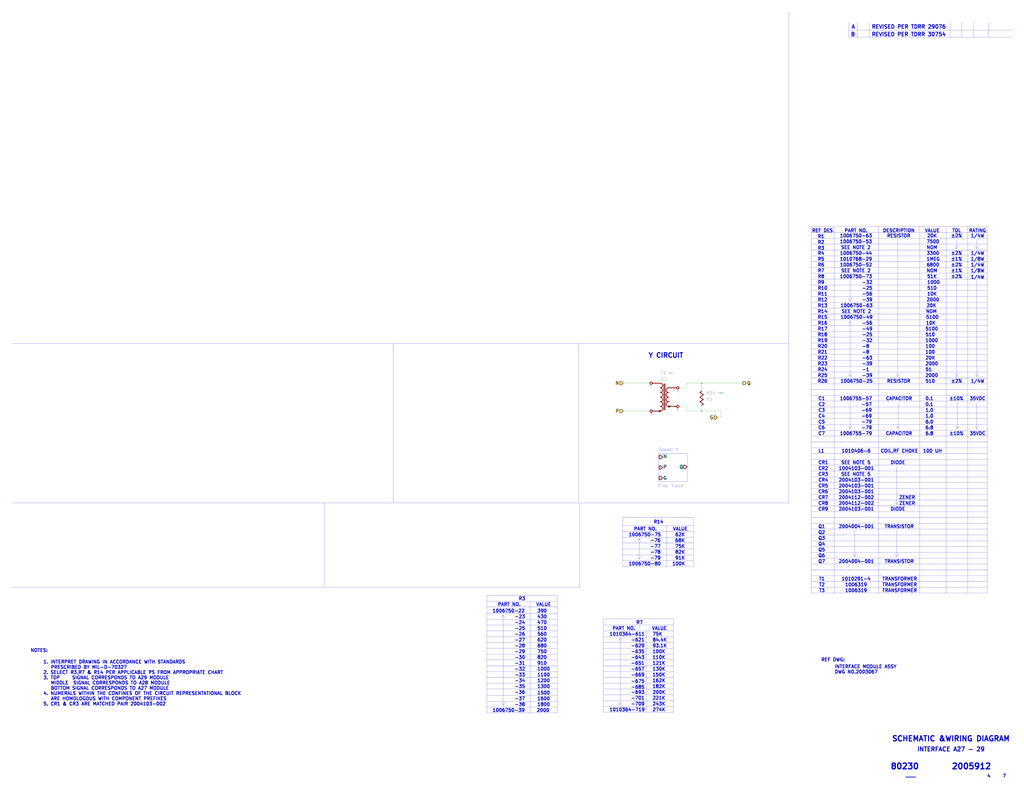
<source format=kicad_sch>
(kicad_sch (version 20211123) (generator eeschema)
  (paper "E")
  (lib_symbols
    (symbol "AGC_DSKY:HierBody" (pin_numbers hide) (pin_names (offset 0) hide)
      (symbol "HierBody_0_1"
        (polyline (pts (xy 1.905 0) (xy -0.127 -1.778) (xy -1.905 -1.778) (xy -1.905 1.778) (xy -0.127 1.778) (xy 1.905 0)) (stroke (width 0.762)))
      )
    )
    (symbol "AGC_DSKY:Resistor" (pin_numbers hide) (pin_names (offset 0) hide)
      (property "Reference" "R" (at -0.635 -4.445 0))
      (symbol "Resistor_0_1"
        (polyline (pts (xy -7.62 0) (xy -6.35 -1.905) (xy -3.81 1.905) (xy -1.27 -1.905) (xy 1.27 1.905) (xy 3.81 -1.905) (xy 6.35 1.905) (xy 7.62 0)) (stroke (width 0.762)))
      )
      (symbol "Resistor_1_1"
        (pin passive line (at -10.16 0 0) (length 2.54) (name "1") (number "1"))
        (pin passive line (at 10.16 0 180) (length 2.54) (name "2") (number "2"))
      )
    )
    (symbol "AGC_DSKY:Transformer" (pin_numbers hide) (pin_names (offset 0) hide)
      (property "Reference" "T" (at 0.635 24.13 0))
      (symbol "Transformer_0_0"
        (circle (center -14.605 -15.24) (radius 1.27) (stroke (width 0.762)))
        (circle (center -14.605 15.24) (radius 1.27) (stroke (width 0.762)))
        (arc (start -4.445 -15.24) (mid -1.905 -12.7) (end -4.445 -10.16) (stroke (width 0.762)))
        (arc (start -4.445 -10.16) (mid -1.905 -7.62) (end -4.445 -5.08) (stroke (width 0.762)))
        (arc (start -4.445 -5.08) (mid -1.905 -2.54) (end -4.445 0) (stroke (width 0.762)))
        (arc (start -4.445 0) (mid -1.905 2.54) (end -4.445 5.08) (stroke (width 0.762)))
        (arc (start -4.445 5.08) (mid -1.905 7.62) (end -4.445 10.16) (stroke (width 0.762)))
        (arc (start -4.445 10.16) (mid -1.905 12.7) (end -4.445 15.24) (stroke (width 0.762)))
        (polyline (pts (xy -4.445 -15.24) (xy -13.335 -15.24)) (stroke (width 0.762)))
        (polyline (pts (xy -4.445 15.24) (xy -13.335 15.24)) (stroke (width 0.762)))
        (polyline (pts (xy -0.635 13.97) (xy -0.635 -14.605)) (stroke (width 0.762)))
        (polyline (pts (xy 4.445 -10.16) (xy 13.335 -10.16)) (stroke (width 0.762)))
        (polyline (pts (xy 13.335 10.16) (xy 4.445 10.16)) (stroke (width 0.762)))
        (circle (center 14.605 -10.16) (radius 1.27) (stroke (width 0.762)))
        (circle (center 14.605 10.16) (radius 1.27) (stroke (width 0.762)))
        (text "1" (at 14.605 13.335 0) (effects (font (size 2.54 2.54))))
        (text "2" (at 14.605 -6.985 0) (effects (font (size 2.54 2.54))))
        (text "3" (at -14.605 18.415 0) (effects (font (size 2.54 2.54))))
        (text "4" (at -14.605 -12.065 0) (effects (font (size 2.54 2.54))))
      )
      (symbol "Transformer_0_1"
        (rectangle (start -4.445 -14.605) (end -5.715 -15.875) (stroke (width 0.4064)) (fill (type outline)))
      )
      (symbol "Transformer_0_2"
        (polyline (pts (xy -4.445 15.875) (xy -4.445 14.605) (xy -5.715 14.605) (xy -5.715 15.875) (xy -4.445 15.875)) (stroke (width 0.762)))
        (polyline (pts (xy 4.445 10.795) (xy 4.445 9.525) (xy 5.715 9.525) (xy 5.715 10.795) (xy 4.445 10.795)) (stroke (width 0.762)))
      )
      (symbol "Transformer_1_0"
        (polyline (pts (xy 0.635 -14.605) (xy 0.635 13.97)) (stroke (width 0.762)))
        (arc (start 4.445 -5.08) (mid 1.905 -7.62) (end 4.445 -10.16) (stroke (width 0.762)))
        (arc (start 4.445 0) (mid 1.905 -2.54) (end 4.445 -5.08) (stroke (width 0.762)))
        (arc (start 4.445 5.08) (mid 1.905 2.54) (end 4.445 0) (stroke (width 0.762)))
        (arc (start 4.445 10.16) (mid 1.905 7.62) (end 4.445 5.08) (stroke (width 0.762)))
        (pin passive line (at -15.875 15.24 0) (length 0) (name "3") (number "3"))
      )
      (symbol "Transformer_1_1"
        (rectangle (start 4.445 -10.795) (end 5.715 -9.525) (stroke (width 0.4064)) (fill (type outline)))
        (pin passive line (at 15.875 10.16 180) (length 0) (name "1") (number "1"))
        (pin passive line (at 15.875 -10.16 180) (length 0) (name "2") (number "2"))
        (pin passive line (at -15.875 -15.24 0) (length 0) (name "4") (number "4"))
      )
      (symbol "Transformer_1_2"
        (pin passive line (at 15.875 10.16 180) (length 0) (name "1") (number "1"))
        (pin passive line (at 15.875 -10.16 180) (length 0) (name "2") (number "2"))
        (pin passive line (at -15.875 15.24 0) (length 0) (name "3") (number "3"))
        (pin passive line (at -15.875 -15.24 0) (length 0) (name "4") (number "4"))
      )
    )
  )
  (junction (at 765.81 418.465))
  (junction (at 765.81 448.945))
  (polyline (pts (xy 531.495 701.675) (xy 608.33 701.675)) (stroke (width 0) (type solid)))
  (polyline (pts (xy 1045.845 267.97) (xy 1043.94 271.78)) (stroke (width 0) (type solid)))
  (polyline (pts (xy 885.19 374.65) (xy 1077.595 374.65)) (stroke (width 0) (type solid)))
  (polyline (pts (xy 1056.005 247.65) (xy 1056.005 647.7)) (stroke (width 0) (type solid)))
  (polyline (pts (xy 885.19 546.1) (xy 1077.595 546.1)) (stroke (width 0) (type solid)))
  (polyline (pts (xy 910.59 247.65) (xy 910.59 647.7)) (stroke (width 0) (type solid)))
  (polyline (pts (xy 885.19 285.75) (xy 1077.595 285.75)) (stroke (width 0) (type solid)))
  (polyline (pts (xy 658.495 688.975) (xy 734.695 688.975)) (stroke (width 0) (type solid)))
  (polyline (pts (xy 885.19 552.45) (xy 1077.595 552.45)) (stroke (width 0) (type solid)))
  (polyline (pts (xy 979.805 261.62) (xy 979.805 411.48)) (stroke (width 0) (type solid)))
  (polyline (pts (xy 658.495 701.675) (xy 734.695 701.675)) (stroke (width 0) (type solid)))
  (polyline (pts (xy 1037.1074 40.64) (xy 1037.1074 24.7396)) (stroke (width 0.1524) (type solid)))
  (polyline (pts (xy 1003.935 247.65) (xy 1003.935 647.7)) (stroke (width 0) (type solid)))
  (polyline (pts (xy 1032.51 247.65) (xy 1032.51 647.7)) (stroke (width 0) (type solid)))
  (polyline (pts (xy 929.64 464.82) (xy 927.735 468.63)) (stroke (width 0) (type solid)))
  (polyline (pts (xy 925.83 464.82) (xy 927.735 468.63)) (stroke (width 0) (type solid)))
  (polyline (pts (xy 531.495 714.375) (xy 608.33 714.375)) (stroke (width 0) (type solid)))
  (polyline (pts (xy 885.19 247.65) (xy 885.19 647.7)) (stroke (width 0) (type solid)))
  (polyline (pts (xy 929.64 407.67) (xy 927.735 411.48)) (stroke (width 0) (type solid)))
  (polyline (pts (xy 885.19 584.2) (xy 1077.595 584.2)) (stroke (width 0) (type solid)))
  (polyline (pts (xy 1042.67 464.82) (xy 1044.575 468.63)) (stroke (width 0) (type solid)))
  (polyline (pts (xy 885.19 533.4) (xy 1077.595 533.4)) (stroke (width 0) (type solid)))
  (polyline (pts (xy 531.495 759.46) (xy 608.33 759.46)) (stroke (width 0) (type solid)))
  (polyline (pts (xy 531.495 772.16) (xy 608.33 772.16)) (stroke (width 0) (type solid)))
  (polyline (pts (xy 885.19 438.15) (xy 1077.595 438.15)) (stroke (width 0) (type solid)))
  (polyline (pts (xy 925.83 407.67) (xy 927.735 411.48)) (stroke (width 0) (type solid)))
  (polyline (pts (xy 13.335 549.275) (xy 631.825 549.275)) (stroke (width 0) (type solid)))
  (wire (pts (xy 765.81 445.135) (xy 765.81 448.945)))
  (polyline (pts (xy 885.19 317.5) (xy 1077.595 317.5)) (stroke (width 0) (type solid)))
  (polyline (pts (xy 885.19 457.2) (xy 1077.595 457.2)) (stroke (width 0) (type solid)))
  (polyline (pts (xy 885.19 508) (xy 1077.595 508)) (stroke (width 0) (type solid)))
  (polyline (pts (xy 632.46 549.275) (xy 632.46 641.35)) (stroke (width 0) (type solid)))
  (polyline (pts (xy 885.19 381) (xy 1077.595 381)) (stroke (width 0) (type solid)))
  (polyline (pts (xy 885.19 292.1) (xy 1077.595 292.1)) (stroke (width 0) (type solid)))
  (polyline (pts (xy 531.495 676.275) (xy 608.33 676.275)) (stroke (width 0) (type solid)))
  (polyline (pts (xy 926.1094 40.64) (xy 926.1094 24.765)) (stroke (width 0.1524) (type solid)))
  (polyline (pts (xy 981.71 407.67) (xy 979.805 411.48)) (stroke (width 0) (type solid)))
  (polyline (pts (xy 678.815 766.445) (xy 676.91 770.255)) (stroke (width 0) (type solid)))
  (polyline (pts (xy 658.495 777.875) (xy 658.495 675.64)) (stroke (width 0) (type solid)))
  (polyline (pts (xy 749.935 525.78) (xy 749.935 495.3)) (stroke (width 0) (type solid)))
  (polyline (pts (xy 885.19 393.7) (xy 1077.595 393.7)) (stroke (width 0) (type solid)))
  (wire (pts (xy 786.765 448.945) (xy 786.765 455.93)))
  (polyline (pts (xy 1068.07 464.82) (xy 1066.165 468.63)) (stroke (width 0) (type solid)))
  (polyline (pts (xy 658.495 682.625) (xy 734.695 682.625)) (stroke (width 0) (type solid)))
  (wire (pts (xy 749.3 443.865) (xy 749.3 448.945)))
  (polyline (pts (xy 658.495 708.025) (xy 734.695 708.025)) (stroke (width 0) (type solid)))
  (polyline (pts (xy 727.71 574.04) (xy 727.71 618.49)) (stroke (width 0) (type solid)))
  (polyline (pts (xy 885.19 279.4) (xy 1077.595 279.4)) (stroke (width 0) (type solid)))
  (polyline (pts (xy 885.19 425.45) (xy 1077.595 425.45)) (stroke (width 0) (type solid)))
  (polyline (pts (xy 531.495 662.94) (xy 608.33 662.94)) (stroke (width 0) (type solid)))
  (polyline (pts (xy 885.19 463.55) (xy 1077.595 463.55)) (stroke (width 0) (type solid)))
  (polyline (pts (xy 531.495 708.025) (xy 608.33 708.025)) (stroke (width 0) (type solid)))
  (polyline (pts (xy 699.77 607.06) (xy 697.865 610.87)) (stroke (width 0) (type solid)))
  (polyline (pts (xy 976.63 547.37) (xy 978.535 551.18)) (stroke (width 0) (type solid)))
  (wire (pts (xy 786.765 455.93) (xy 782.955 455.93)))
  (polyline (pts (xy 658.495 739.775) (xy 734.695 739.775)) (stroke (width 0) (type solid)))
  (polyline (pts (xy 1043.94 411.48) (xy 1043.94 306.07)) (stroke (width 0) (type solid)))
  (polyline (pts (xy 429.26 375.285) (xy 429.26 549.275)) (stroke (width 0) (type solid)))
  (polyline (pts (xy 531.495 669.925) (xy 608.33 669.925)) (stroke (width 0) (type solid)))
  (polyline (pts (xy 679.45 586.74) (xy 756.92 586.74)) (stroke (width 0) (type solid)))
  (wire (pts (xy 741.045 423.545) (xy 749.3 423.545)))
  (wire (pts (xy 741.045 443.865) (xy 749.3 443.865)))
  (polyline (pts (xy 885.19 482.6) (xy 1077.595 482.6)) (stroke (width 0) (type solid)))
  (polyline (pts (xy 982.345 464.82) (xy 980.44 468.63)) (stroke (width 0) (type solid)))
  (polyline (pts (xy 531.495 650.24) (xy 608.33 650.24)) (stroke (width 0) (type solid)))
  (polyline (pts (xy 885.19 400.05) (xy 1077.595 400.05)) (stroke (width 0) (type solid)))
  (polyline (pts (xy 679.45 605.79) (xy 756.92 605.79)) (stroke (width 0) (type solid)))
  (polyline (pts (xy 1049.8074 40.64) (xy 1049.8074 24.7396)) (stroke (width 0.1524) (type solid)))
  (polyline (pts (xy 1104.9 40.64) (xy 926.1094 40.64)) (stroke (width 0.1524) (type solid)))
  (polyline (pts (xy 885.19 361.95) (xy 1077.595 361.95)) (stroke (width 0) (type solid)))
  (polyline (pts (xy 978.535 550.545) (xy 978.535 509.27)) (stroke (width 0) (type solid)))
  (polyline (pts (xy 885.19 596.9) (xy 1077.595 596.9)) (stroke (width 0) (type solid)))
  (polyline (pts (xy 675.005 766.445) (xy 676.91 770.255)) (stroke (width 0) (type solid)))
  (polyline (pts (xy 885.19 387.35) (xy 1077.595 387.35)) (stroke (width 0) (type solid)))
  (polyline (pts (xy 531.495 739.775) (xy 608.33 739.775)) (stroke (width 0) (type solid)))
  (wire (pts (xy 749.3 418.465) (xy 765.81 418.465)))
  (polyline (pts (xy 1068.07 267.97) (xy 1066.165 271.78)) (stroke (width 0) (type solid)))
  (polyline (pts (xy 531.495 656.59) (xy 608.33 656.59)) (stroke (width 0) (type solid)))
  (polyline (pts (xy 1064.26 464.82) (xy 1066.165 468.63)) (stroke (width 0) (type solid)))
  (polyline (pts (xy 679.45 580.39) (xy 756.92 580.39)) (stroke (width 0) (type solid)))
  (polyline (pts (xy 1062.5074 40.64) (xy 1062.5074 24.7396)) (stroke (width 0.1524) (type solid)))
  (polyline (pts (xy 353.695 641.35) (xy 353.695 549.275)) (stroke (width 0) (type solid)))
  (polyline (pts (xy 679.45 593.09) (xy 756.92 593.09)) (stroke (width 0) (type solid)))
  (polyline (pts (xy 531.495 695.325) (xy 608.33 695.325)) (stroke (width 0) (type solid)))
  (polyline (pts (xy 932.815 607.695) (xy 932.815 579.12)) (stroke (width 0) (type solid)))
  (polyline (pts (xy 756.92 565.15) (xy 756.92 618.49)) (stroke (width 0) (type solid)))
  (polyline (pts (xy 978.535 607.695) (xy 978.535 579.12)) (stroke (width 0) (type solid)))
  (polyline (pts (xy 678.815 700.405) (xy 676.91 696.595)) (stroke (width 0) (type solid)))
  (polyline (pts (xy 547.37 767.08) (xy 549.275 770.89)) (stroke (width 0) (type solid)))
  (polyline (pts (xy 531.495 778.51) (xy 531.495 650.24)) (stroke (width 0) (type solid)))
  (polyline (pts (xy 885.19 571.5) (xy 1077.595 571.5)) (stroke (width 0) (type solid)))
  (polyline (pts (xy 608.33 778.51) (xy 608.33 650.24)) (stroke (width 0) (type solid)))
  (polyline (pts (xy 948.69 40.64) (xy 948.69 24.7396)) (stroke (width 0.1524) (type solid)))
  (polyline (pts (xy 531.495 720.725) (xy 608.33 720.725)) (stroke (width 0) (type solid)))
  (polyline (pts (xy 885.19 488.95) (xy 1077.595 488.95)) (stroke (width 0) (type solid)))
  (polyline (pts (xy 551.18 767.08) (xy 549.275 770.89)) (stroke (width 0) (type solid)))
  (polyline (pts (xy 531.495 733.425) (xy 608.33 733.425)) (stroke (width 0) (type solid)))
  (polyline (pts (xy 885.19 311.15) (xy 1077.595 311.15)) (stroke (width 0) (type solid)))
  (polyline (pts (xy 976.63 604.52) (xy 978.535 608.33)) (stroke (width 0) (type solid)))
  (polyline (pts (xy 547.37 675.005) (xy 549.275 671.195)) (stroke (width 0) (type solid)))
  (polyline (pts (xy 1068.07 407.67) (xy 1066.165 411.48)) (stroke (width 0) (type solid)))
  (polyline (pts (xy 658.495 714.375) (xy 734.695 714.375)) (stroke (width 0) (type solid)))
  (polyline (pts (xy 885.19 336.55) (xy 1077.595 336.55)) (stroke (width 0) (type solid)))
  (polyline (pts (xy 885.19 469.9) (xy 1077.595 469.9)) (stroke (width 0) (type solid)))
  (polyline (pts (xy 885.19 247.65) (xy 1077.595 247.65)) (stroke (width 0) (type solid)))
  (polyline (pts (xy 631.825 548.64) (xy 631.825 375.285)) (stroke (width 0) (type solid)))
  (polyline (pts (xy 885.19 520.7) (xy 1077.595 520.7)) (stroke (width 0) (type solid)))
  (polyline (pts (xy 885.19 476.25) (xy 1077.595 476.25)) (stroke (width 0) (type solid)))
  (polyline (pts (xy 885.19 495.3) (xy 1077.595 495.3)) (stroke (width 0) (type solid)))
  (wire (pts (xy 765.81 448.945) (xy 786.765 448.945)))
  (polyline (pts (xy 658.495 765.175) (xy 734.695 765.175)) (stroke (width 0) (type solid)))
  (polyline (pts (xy 885.19 349.25) (xy 1077.595 349.25)) (stroke (width 0) (type solid)))
  (polyline (pts (xy 679.45 612.14) (xy 756.92 612.14)) (stroke (width 0) (type solid)))
  (polyline (pts (xy 885.19 565.15) (xy 1077.595 565.15)) (stroke (width 0) (type solid)))
  (polyline (pts (xy 549.275 770.255) (xy 549.275 671.195)) (stroke (width 0) (type solid)))
  (polyline (pts (xy 980.44 547.37) (xy 978.535 551.18)) (stroke (width 0) (type solid)))
  (polyline (pts (xy 1066.165 467.995) (xy 1066.165 440.055)) (stroke (width 0) (type solid)))
  (polyline (pts (xy 885.19 260.35) (xy 1077.595 260.35)) (stroke (width 0) (type solid)))
  (polyline (pts (xy 1078.992 40.6146) (xy 1078.992 24.7396)) (stroke (width 0.1524) (type solid)))
  (polyline (pts (xy 1046.48 464.82) (xy 1044.575 468.63)) (stroke (width 0) (type solid)))
  (polyline (pts (xy 885.19 450.85) (xy 1077.595 450.85)) (stroke (width 0) (type solid)))
  (polyline (pts (xy 885.19 539.75) (xy 1077.595 539.75)) (stroke (width 0) (type solid)))
  (polyline (pts (xy 679.45 574.04) (xy 756.92 574.04)) (stroke (width 0) (type solid)))
  (polyline (pts (xy 531.495 688.975) (xy 608.33 688.975)) (stroke (width 0) (type solid)))
  (polyline (pts (xy 1077.595 247.65) (xy 1077.595 647.7)) (stroke (width 0) (type solid)))
  (polyline (pts (xy 927.735 350.52) (xy 927.735 411.48)) (stroke (width 0) (type solid)))
  (polyline (pts (xy 658.495 720.725) (xy 734.695 720.725)) (stroke (width 0) (type solid)))
  (polyline (pts (xy 658.495 733.425) (xy 734.695 733.425)) (stroke (width 0) (type solid)))
  (wire (pts (xy 680.085 448.945) (xy 709.295 448.945)))
  (polyline (pts (xy 885.19 419.1) (xy 1077.595 419.1)) (stroke (width 0) (type solid)))
  (polyline (pts (xy 1042.035 407.67) (xy 1043.94 411.48)) (stroke (width 0) (type solid)))
  (polyline (pts (xy 885.19 254) (xy 1077.595 254)) (stroke (width 0) (type solid)))
  (polyline (pts (xy 1044.575 467.995) (xy 1044.575 440.055)) (stroke (width 0) (type solid)))
  (polyline (pts (xy 658.495 758.825) (xy 734.695 758.825)) (stroke (width 0) (type solid)))
  (polyline (pts (xy 531.495 682.625) (xy 608.33 682.625)) (stroke (width 0) (type solid)))
  (polyline (pts (xy 930.91 604.52) (xy 932.815 608.33)) (stroke (width 0) (type solid)))
  (polyline (pts (xy 749.935 495.3) (xy 718.82 495.3)) (stroke (width 0) (type solid)))
  (polyline (pts (xy 861.06 549.275) (xy 632.46 549.275)) (stroke (width 0) (type solid)))
  (polyline (pts (xy 695.96 591.82) (xy 697.865 588.01)) (stroke (width 0) (type solid)))
  (polyline (pts (xy 929.64 354.33) (xy 927.735 350.52)) (stroke (width 0) (type solid)))
  (polyline (pts (xy 658.495 727.075) (xy 734.695 727.075)) (stroke (width 0) (type solid)))
  (polyline (pts (xy 578.485 656.59) (xy 578.485 778.51)) (stroke (width 0) (type solid)))
  (polyline (pts (xy 885.19 603.25) (xy 1077.595 603.25)) (stroke (width 0) (type solid)))
  (polyline (pts (xy 679.45 565.15) (xy 679.45 618.49)) (stroke (width 0) (type solid)))
  (polyline (pts (xy 531.495 765.81) (xy 608.33 765.81)) (stroke (width 0) (type solid)))
  (polyline (pts (xy 13.335 375.285) (xy 861.06 375.285)) (stroke (width 0) (type solid)))
  (polyline (pts (xy 934.72 604.52) (xy 932.815 608.33)) (stroke (width 0) (type solid)))
  (polyline (pts (xy 679.45 565.15) (xy 756.92 565.15)) (stroke (width 0) (type solid)))
  (polyline (pts (xy 1042.035 267.97) (xy 1043.94 271.78)) (stroke (width 0) (type solid)))
  (wire (pts (xy 749.3 448.945) (xy 765.81 448.945)))
  (polyline (pts (xy 658.495 771.525) (xy 734.695 771.525)) (stroke (width 0) (type solid)))
  (wire (pts (xy 765.81 418.465) (xy 810.895 418.465)))
  (polyline (pts (xy 658.495 777.875) (xy 734.695 777.875)) (stroke (width 0) (type solid)))
  (polyline (pts (xy 885.19 558.8) (xy 1077.595 558.8)) (stroke (width 0) (type solid)))
  (polyline (pts (xy 676.91 769.62) (xy 676.91 696.595)) (stroke (width 0) (type solid)))
  (polyline (pts (xy 1043.94 271.78) (xy 1043.94 261.62)) (stroke (width 0) (type solid)))
  (polyline (pts (xy 658.495 752.475) (xy 734.695 752.475)) (stroke (width 0) (type solid)))
  (polyline (pts (xy 718.82 525.78) (xy 749.935 525.78)) (stroke (width 0) (type solid)))
  (polyline (pts (xy 927.735 467.995) (xy 927.735 440.055)) (stroke (width 0) (type solid)))
  (polyline (pts (xy 885.19 647.7) (xy 1077.595 647.7)) (stroke (width 0) (type solid)))
  (polyline (pts (xy 927.735 328.93) (xy 927.735 306.07)) (stroke (width 0) (type solid)))
  (polyline (pts (xy 885.19 330.2) (xy 1077.595 330.2)) (stroke (width 0) (type solid)))
  (polyline (pts (xy 885.19 273.05) (xy 1077.595 273.05)) (stroke (width 0) (type solid)))
  (polyline (pts (xy 531.495 746.125) (xy 608.33 746.125)) (stroke (width 0) (type solid)))
  (polyline (pts (xy 861.06 13.335) (xy 861.06 549.275)) (stroke (width 0) (type solid)))
  (polyline (pts (xy 885.19 577.85) (xy 1077.595 577.85)) (stroke (width 0) (type solid)))
  (polyline (pts (xy 658.495 675.64) (xy 734.695 675.64)) (stroke (width 0) (type solid)))
  (polyline (pts (xy 1104.9 33.02) (xy 926.1094 33.02)) (stroke (width 0.1524) (type solid)))
  (polyline (pts (xy 980.44 467.995) (xy 980.44 440.055)) (stroke (width 0) (type solid)))
  (polyline (pts (xy 885.19 266.7) (xy 1077.595 266.7)) (stroke (width 0) (type solid)))
  (polyline (pts (xy 658.495 746.125) (xy 734.695 746.125)) (stroke (width 0) (type solid)))
  (polyline (pts (xy 885.19 514.35) (xy 1077.595 514.35)) (stroke (width 0) (type solid)))
  (polyline (pts (xy 734.695 675.64) (xy 734.695 777.875)) (stroke (width 0) (type solid)))
  (polyline (pts (xy 885.19 622.3) (xy 1077.595 622.3)) (stroke (width 0) (type solid)))
  (polyline (pts (xy 531.495 778.51) (xy 608.33 778.51)) (stroke (width 0) (type solid)))
  (polyline (pts (xy 695.96 607.06) (xy 697.865 610.87)) (stroke (width 0) (type solid)))
  (wire (pts (xy 709.295 418.465) (xy 680.085 418.465)))
  (polyline (pts (xy 885.19 609.6) (xy 1077.595 609.6)) (stroke (width 0) (type solid)))
  (polyline (pts (xy 679.45 618.49) (xy 756.92 618.49)) (stroke (width 0) (type solid)))
  (polyline (pts (xy 885.19 615.95) (xy 1077.595 615.95)) (stroke (width 0) (type solid)))
  (polyline (pts (xy 885.19 628.65) (xy 1077.595 628.65)) (stroke (width 0) (type solid)))
  (polyline (pts (xy 1064.26 407.67) (xy 1066.165 411.48)) (stroke (width 0) (type solid)))
  (polyline (pts (xy 885.19 412.75) (xy 1077.595 412.75)) (stroke (width 0) (type solid)))
  (polyline (pts (xy 885.19 342.9) (xy 1077.595 342.9)) (stroke (width 0) (type solid)))
  (polyline (pts (xy 925.83 354.33) (xy 927.735 350.52)) (stroke (width 0) (type solid)))
  (polyline (pts (xy 980.44 604.52) (xy 978.535 608.33)) (stroke (width 0) (type solid)))
  (polyline (pts (xy 531.495 727.075) (xy 608.33 727.075)) (stroke (width 0) (type solid)))
  (polyline (pts (xy 885.19 355.6) (xy 1077.595 355.6)) (stroke (width 0) (type solid)))
  (polyline (pts (xy 1066.165 411.48) (xy 1066.165 306.07)) (stroke (width 0) (type solid)))
  (polyline (pts (xy 705.485 688.975) (xy 705.485 777.875)) (stroke (width 0) (type solid)))
  (polyline (pts (xy 885.19 298.45) (xy 1077.595 298.45)) (stroke (width 0) (type solid)))
  (polyline (pts (xy 1064.26 267.97) (xy 1066.165 271.78)) (stroke (width 0) (type solid)))
  (polyline (pts (xy 658.495 695.325) (xy 734.695 695.325)) (stroke (width 0) (type solid)))
  (polyline (pts (xy 1045.845 407.67) (xy 1043.94 411.48)) (stroke (width 0) (type solid)))
  (wire (pts (xy 765.81 424.815) (xy 765.81 418.465)))
  (polyline (pts (xy 13.335 641.35) (xy 632.46 641.35)) (stroke (width 0) (type solid)))
  (polyline (pts (xy 697.865 610.235) (xy 697.865 588.01)) (stroke (width 0) (type solid)))
  (polyline (pts (xy 699.77 591.82) (xy 697.865 588.01)) (stroke (width 0) (type solid)))
  (polyline (pts (xy 929.64 325.12) (xy 927.735 328.93)) (stroke (width 0) (type solid)))
  (polyline (pts (xy 977.9 407.67) (xy 979.805 411.48)) (stroke (width 0) (type solid)))
  (polyline (pts (xy 958.85 247.65) (xy 958.85 647.7)) (stroke (width 0) (type solid)))
  (polyline (pts (xy 885.19 641.35) (xy 1077.595 641.35)) (stroke (width 0) (type solid)))
  (polyline (pts (xy 679.45 599.44) (xy 756.92 599.44)) (stroke (width 0) (type solid)))
  (polyline (pts (xy 978.535 464.82) (xy 980.44 468.63)) (stroke (width 0) (type solid)))
  (polyline (pts (xy 718.82 495.3) (xy 718.82 525.78)) (stroke (width 0) (type solid)))
  (polyline (pts (xy 885.19 444.5) (xy 1077.595 444.5)) (stroke (width 0) (type solid)))
  (polyline (pts (xy 935.7106 40.64) (xy 935.7106 24.765)) (stroke (width 0.1524) (type solid)))
  (polyline (pts (xy 531.495 752.475) (xy 608.33 752.475)) (stroke (width 0) (type solid)))
  (wire (pts (xy 749.3 423.545) (xy 749.3 418.465)))
  (polyline (pts (xy 885.19 368.3) (xy 1077.595 368.3)) (stroke (width 0) (type solid)))
  (polyline (pts (xy 885.19 527.05) (xy 1077.595 527.05)) (stroke (width 0) (type solid)))
  (polyline (pts (xy 885.19 323.85) (xy 1077.595 323.85)) (stroke (width 0) (type solid)))
  (polyline (pts (xy 1066.165 271.78) (xy 1066.165 261.62)) (stroke (width 0) (type solid)))
  (polyline (pts (xy 551.18 675.005) (xy 549.275 671.195)) (stroke (width 0) (type solid)))
  (polyline (pts (xy 925.83 325.12) (xy 927.735 328.93)) (stroke (width 0) (type solid)))
  (polyline (pts (xy 885.19 635) (xy 1077.595 635)) (stroke (width 0) (type solid)))
  (polyline (pts (xy 885.19 304.8) (xy 1077.595 304.8)) (stroke (width 0) (type solid)))
  (polyline (pts (xy 885.19 501.65) (xy 1077.595 501.65)) (stroke (width 0) (type solid)))
  (polyline (pts (xy 885.19 431.8) (xy 1077.595 431.8)) (stroke (width 0) (type solid)))
  (polyline (pts (xy 885.19 406.4) (xy 1077.595 406.4)) (stroke (width 0) (type solid)))
  (polyline (pts (xy 675.005 700.405) (xy 676.91 696.595)) (stroke (width 0) (type solid)))
  (polyline (pts (xy 885.19 590.55) (xy 1077.595 590.55)) (stroke (width 0) (type solid)))
  (text "35VDC" (at 1057.91 437.515 0) (effects (font (size 3.556 3.556) (thickness 0.7112) bold) (justify left bottom)))
  (text "510" (at 586.105 688.34 0) (effects (font (size 3.556 3.556) (thickness 0.7112) bold) (justify left bottom)))
  (text "1/4W" (at 1059.18 418.465 0) (effects (font (size 3.556 3.556) (thickness 0.7112) bold) (justify left bottom)))
  (text "T3" (at 893.445 647.065 0) (effects (font (size 3.556 3.556) (thickness 0.7112) bold) (justify left bottom)))
  (text "2000" (at 585.47 777.875 0) (effects (font (size 3.556 3.556) (thickness 0.7112) bold) (justify left bottom)))
  (text "CR6" (at 892.81 539.115 0) (effects (font (size 3.556 3.556) (thickness 0.7112) bold) (justify left bottom)))
  (text "R3" (at 565.785 655.955 0) (effects (font (size 3.556 3.556) (thickness 0.7112) bold) (justify left bottom)))
  (text "TOL" (at 1038.86 254 0) (effects (font (size 3.556 3.556) (thickness 0.7112) bold) (justify left bottom)))
  (text "-39" (at 940.435 329.565 0) (effects (font (size 3.556 3.556) (thickness 0.7112) bold) (justify left bottom)))
  (text "PART NO." (at 668.02 688.34 0) (effects (font (size 3.556 3.556) (thickness 0.7112) bold) (justify left bottom)))
  (text "REF DWG:" (at 895.985 722.63 0) (effects (font (size 3.556 3.556) (thickness 0.7112) bold) (justify left bottom)))
  (text "PART NO." (at 691.515 579.755 0) (effects (font (size 3.556 3.556) (thickness 0.7112) bold) (justify left bottom)))
  (text "100 UH" (at 1007.11 494.665 0) (effects (font (size 3.556 3.556) (thickness 0.7112) bold) (justify left bottom)))
  (text "VALUE" (at 734.06 579.755 0) (effects (font (size 3.556 3.556) (thickness 0.7112) bold) (justify left bottom)))
  (text "620" (at 586.105 701.04 0) (effects (font (size 3.556 3.556) (thickness 0.7112) bold) (justify left bottom)))
  (text "R5" (at 892.175 285.115 0) (effects (font (size 3.556 3.556) (thickness 0.7112) bold) (justify left bottom)))
  (text "1006750-22" (at 537.21 669.29 0) (effects (font (size 3.556 3.556) (thickness 0.7112) bold) (justify left bottom)))
  (text "T1" (at 893.445 634.365 0) (effects (font (size 3.556 3.556) (thickness 0.7112) bold) (justify left bottom)))
  (text "R14" (at 713.105 572.135 0) (effects (font (size 3.556 3.556) (thickness 0.7112) bold) (justify left bottom)))
  (text "CAPACITOR" (at 966.47 475.615 0) (effects (font (size 3.556 3.556) (thickness 0.7112) bold) (justify left bottom)))
  (text "110K" (at 711.835 720.09 0) (effects (font (size 3.556 3.556) (thickness 0.7112) bold) (justify left bottom)))
  (text "SEE NOTE 5" (at 917.575 520.065 0) (effects (font (size 3.556 3.556) (thickness 0.7112) bold) (justify left bottom)))
  (text "SEE NOTE 2" (at 918.21 342.265 0) (effects (font (size 3.556 3.556) (thickness 0.7112) bold) (justify left bottom)))
  (text "-701" (at 688.34 764.54 0) (effects (font (size 3.556 3.556) (thickness 0.7112) bold) (justify left bottom)))
  (text "5100" (at 1010.285 348.615 0) (effects (font (size 3.556 3.556) (thickness 0.7112) bold) (justify left bottom)))
  (text "2004004-001" (at 915.035 577.215 0) (effects (font (size 3.556 3.556) (thickness 0.7112) bold) (justify left bottom)))
  (text "C1" (at 892.81 437.515 0) (effects (font (size 3.556 3.556) (thickness 0.7112) bold) (justify left bottom)))
  (text "C6" (at 892.81 469.265 0) (effects (font (size 3.556 3.556) (thickness 0.7112) bold) (justify left bottom)))
  (text "3300" (at 1010.92 278.765 0) (effects (font (size 3.556 3.556) (thickness 0.7112) bold) (justify left bottom)))
  (text "-29" (at 561.34 713.74 0) (effects (font (size 3.556 3.556) (thickness 0.7112) bold) (justify left bottom)))
  (text "R16" (at 892.175 354.965 0) (effects (font (size 3.556 3.556) (thickness 0.7112) bold) (justify left bottom)))
  (text "R7" (at 892.175 297.815 0) (effects (font (size 3.556 3.556) (thickness 0.7112) bold) (justify left bottom)))
  (text "-36" (at 561.34 758.19 0) (effects (font (size 3.556 3.556) (thickness 0.7112) bold) (justify left bottom)))
  (text "20K" (at 1010.92 335.915 0) (effects (font (size 3.556 3.556) (thickness 0.7112) bold) (justify left bottom)))
  (text "510" (at 1011.555 316.865 0) (effects (font (size 3.556 3.556) (thickness 0.7112) bold) (justify left bottom)))
  (text "1000" (at 1009.65 374.015 0) (effects (font (size 3.556 3.556) (thickness 0.7112) bold) (justify left bottom)))
  (text "±1%" (at 1037.59 297.815 0) (effects (font (size 3.556 3.556) (thickness 0.7112) bold) (justify left bottom)))
  (text "1010364-611" (at 664.845 694.69 0) (effects (font (size 3.556 3.556) (thickness 0.7112) bold) (justify left bottom)))
  (text "-32" (at 940.435 374.015 0) (effects (font (size 3.556 3.556) (thickness 0.7112) bold) (justify left bottom)))
  (text "NOM" (at 1010.92 272.415 0) (effects (font (size 3.556 3.556) (thickness 0.7112) bold) (justify left bottom)))
  (text "-49" (at 940.435 361.315 0) (effects (font (size 3.556 3.556) (thickness 0.7112) bold) (justify left bottom)))
  (text "6800" (at 1010.92 291.465 0) (effects (font (size 3.556 3.556) (thickness 0.7112) bold) (justify left bottom)))
  (text "51" (at 1009.65 405.765 0) (effects (font (size 3.556 3.556) (thickness 0.7112) bold) (justify left bottom)))
  (text "-23" (at 561.34 675.64 0) (effects (font (size 3.556 3.556) (thickness 0.7112) bold) (justify left bottom)))
  (text "C4" (at 892.81 456.565 0) (effects (font (size 3.556 3.556) (thickness 0.7112) bold) (justify left bottom)))
  (text "820" (at 586.105 720.09 0) (effects (font (size 3.556 3.556) (thickness 0.7112) bold) (justify left bottom)))
  (text "182K" (at 711.835 751.84 0) (effects (font (size 3.556 3.556) (thickness 0.7112) bold) (justify left bottom)))
  (text "NOM" (at 1010.92 297.815 0) (effects (font (size 3.556 3.556) (thickness 0.7112) bold) (justify left bottom)))
  (text "-76" (at 709.295 592.455 0) (effects (font (size 3.556 3.556) (thickness 0.7112) bold) (justify left bottom)))
  (text "PART NO." (at 542.925 662.305 0) (effects (font (size 3.556 3.556) (thickness 0.7112) bold) (justify left bottom)))
  (text "R14" (at 892.175 342.265 0) (effects (font (size 3.556 3.556) (thickness 0.7112) bold) (justify left bottom)))
  (text "1/4W" (at 1059.18 278.765 0) (effects (font (size 3.556 3.556) (thickness 0.7112) bold) (justify left bottom)))
  (text "1006319" (at 922.02 647.065 0) (effects (font (size 3.556 3.556) (thickness 0.7112) bold) (justify left bottom)))
  (text "2005912" (at 1038.225 840.74 0) (effects (font (size 6.35 6.35) (thickness 1.27) bold) (justify left bottom)))
  (text "-35" (at 561.34 751.84 0) (effects (font (size 3.556 3.556) (thickness 0.7112) bold) (justify left bottom)))
  (text "VALUE" (at 1009.015 254 0) (effects (font (size 3.556 3.556) (thickness 0.7112) bold) (justify left bottom)))
  (text "DIODE" (at 971.55 507.365 0) (effects (font (size 3.556 3.556) (thickness 0.7112) bold) (justify left bottom)))
  (text "100K" (at 733.425 617.855 0) (effects (font (size 3.556 3.556) (thickness 0.7112) bold) (justify left bottom)))
  (text "Q6" (at 892.81 608.965 0) (effects (font (size 3.556 3.556) (thickness 0.7112) bold) (justify left bottom)))
  (text "SCHEMATIC &WIRING DIAGRAM" (at 973.1756 810.1584 0) (effects (font (size 5.715 5.715) (thickness 1.143) bold) (justify left bottom)))
  (text "-31" (at 561.34 726.44 0) (effects (font (size 3.556 3.556) (thickness 0.7112) bold) (justify left bottom)))
  (text "CR5" (at 892.81 532.765 0) (effects (font (size 3.556 3.556) (thickness 0.7112) bold) (justify left bottom)))
  (text "COIL,RF CHOKE" (at 960.755 494.665 0) (effects (font (size 3.556 3.556) (thickness 0.7112) bold) (justify left bottom)))
  (text "File: Y.sch" (at 718.185 532.765 0) (effects (font (size 3.556 3.556)) (justify left bottom)))
  (text "-79" (at 939.8 462.915 0) (effects (font (size 3.556 3.556) (thickness 0.7112) bold) (justify left bottom)))
  (text "±2%" (at 1037.59 278.765 0) (effects (font (size 3.556 3.556) (thickness 0.7112) bold) (justify left bottom)))
  (text "680" (at 586.105 707.39 0) (effects (font (size 3.556 3.556) (thickness 0.7112) bold) (justify left bottom)))
  (text "R20" (at 892.175 380.365 0) (effects (font (size 3.556 3.556) (thickness 0.7112) bold) (justify left bottom)))
  (text "560" (at 586.105 694.69 0) (effects (font (size 3.556 3.556) (thickness 0.7112) bold) (justify left bottom)))
  (text "Y CIRCUIT" (at 707.39 391.16 0) (effects (font (size 5.08 5.08) (thickness 1.016) bold) (justify left bottom)))
  (text "SEE NOTE 2" (at 917.575 297.815 0) (effects (font (size 3.556 3.556) (thickness 0.7112) bold) (justify left bottom)))
  (text "Q1" (at 892.81 577.215 0) (effects (font (size 3.556 3.556) (thickness 0.7112) bold) (justify left bottom)))
  (text "-30" (at 561.34 720.09 0) (effects (font (size 3.556 3.556) (thickness 0.7112) bold) (justify left bottom)))
  (text "C3" (at 892.81 450.215 0) (effects (font (size 3.556 3.556) (thickness 0.7112) bold) (justify left bottom)))
  (text "2004004-001" (at 915.035 615.315 0) (effects (font (size 3.556 3.556) (thickness 0.7112) bold) (justify left bottom)))
  (text "-56" (at 940.435 354.965 0) (effects (font (size 3.556 3.556) (thickness 0.7112) bold) (justify left bottom)))
  (text "____" (at 988.06 848.995 0) (effects (font (size 3.556 3.556) (thickness 0.7112) bold) (justify left bottom)))
  (text "Sheet: Y" (at 718.185 493.395 0) (effects (font (size 3.556 3.556)) (justify left bottom)))
  (text "51K" (at 1011.555 304.165 0) (effects (font (size 3.556 3.556) (thickness 0.7112) bold) (justify left bottom)))
  (text "SEE NOTE 2" (at 917.575 272.415 0) (effects (font (size 3.556 3.556) (thickness 0.7112) bold) (justify left bottom)))
  (text "-629" (at 688.34 707.39 0) (effects (font (size 3.556 3.556) (thickness 0.7112) bold) (justify left bottom)))
  (text "-39" (at 940.435 399.415 0) (effects (font (size 3.556 3.556) (thickness 0.7112) bold) (justify left bottom)))
  (text "68K" (at 736.6 592.455 0) (effects (font (size 3.556 3.556) (thickness 0.7112) bold) (justify left bottom)))
  (text "-651" (at 688.34 726.44 0) (effects (font (size 3.556 3.556) (thickness 0.7112) bold) (justify left bottom)))
  (text "C2" (at 892.81 443.865 0) (effects (font (size 3.556 3.556) (thickness 0.7112) bold) (justify left bottom)))
  (text "CAPACITOR" (at 966.47 437.515 0) (effects (font (size 3.556 3.556) (thickness 0.7112) bold) (justify left bottom)))
  (text "INTERFACE MODULE ASSY\nDWG NO.2003067" (at 910.59 735.965 0) (effects (font (size 3.556 3.556) (thickness 0.7112) bold) (justify left bottom)))
  (text "R1" (at 892.175 260.35 0) (effects (font (size 3.556 3.556) (thickness 0.7112) bold) (justify left bottom)))
  (text "Q5" (at 892.81 602.615 0) (effects (font (size 3.556 3.556) (thickness 0.7112) bold) (justify left bottom)))
  (text "DIODE" (at 971.55 558.165 0) (effects (font (size 3.556 3.556) (thickness 0.7112) bold) (justify left bottom)))
  (text "T2" (at 893.445 640.715 0) (effects (font (size 3.556 3.556) (thickness 0.7112) bold) (justify left bottom)))
  (text "±1%" (at 1037.59 285.115 0) (effects (font (size 3.556 3.556) (thickness 0.7112) bold) (justify left bottom)))
  (text "B      REVISED PER TDRR 30754" (at 928.37 40.005 0) (effects (font (size 4.064 4.064) (thickness 0.8128) bold) (justify left bottom)))
  (text "RESISTOR" (at 967.74 418.465 0) (effects (font (size 3.556 3.556) (thickness 0.7112) bold) (justify left bottom)))
  (text "R22" (at 892.175 393.065 0) (effects (font (size 3.556 3.556) (thickness 0.7112) bold) (justify left bottom)))
  (text "1010291-4" (at 918.21 634.365 0) (effects (font (size 3.556 3.556) (thickness 0.7112) bold) (justify left bottom)))
  (text "1300" (at 586.105 751.84 0) (effects (font (size 3.556 3.556) (thickness 0.7112) bold) (justify left bottom)))
  (text "1600" (at 586.105 765.175 0) (effects (font (size 3.556 3.556) (thickness 0.7112) bold) (justify left bottom)))
  (text "-675" (at 688.34 746.125 0) (effects (font (size 3.556 3.556) (thickness 0.7112) bold) (justify left bottom)))
  (text "100K" (at 711.835 713.74 0) (effects (font (size 3.556 3.556) (thickness 0.7112) bold) (justify left bottom)))
  (text "20K" (at 1011.555 259.715 0) (effects (font (size 3.556 3.556) (thickness 0.7112) bold) (justify left bottom)))
  (text "-709" (at 688.34 770.89 0) (effects (font (size 3.556 3.556) (thickness 0.7112) bold) (justify left bottom)))
  (text "CR1" (at 892.81 507.365 0) (effects (font (size 3.556 3.556) (thickness 0.7112) bold) (justify left bottom)))
  (text "-39" (at 940.435 412.115 0) (effects (font (size 3.556 3.556) (thickness 0.7112) bold) (justify left bottom)))
  (text "1/4W" (at 1059.18 304.8 0) (effects (font (size 3.556 3.556) (thickness 0.7112) bold) (justify left bottom)))
  (text "±10%" (at 1035.685 475.615 0) (effects (font (size 3.556 3.556) (thickness 0.7112) bold) (justify left bottom)))
  (text "CR4" (at 892.81 526.415 0) (effects (font (size 3.556 3.556) (thickness 0.7112) bold) (justify left bottom)))
  (text "R19" (at 892.175 374.015 0) (effects (font (size 3.556 3.556) (thickness 0.7112) bold) (justify left bottom)))
  (text "1006750-75" (at 685.8 586.105 0) (effects (font (size 3.556 3.556) (thickness 0.7112) bold) (justify left bottom)))
  (text "CR9" (at 892.81 558.165 0) (effects (font (size 3.556 3.556) (thickness 0.7112) bold) (justify left bottom)))
  (text "510" (at 1009.65 418.465 0) (effects (font (size 3.556 3.556) (thickness 0.7112) bold) (justify left bottom)))
  (text "-669" (at 688.34 739.14 0) (effects (font (size 3.556 3.556) (thickness 0.7112) bold) (justify left bottom)))
  (text "ZENER" (at 981.075 551.815 0) (effects (font (size 3.556 3.556) (thickness 0.7112) bold) (justify left bottom)))
  (text "-25" (at 561.34 688.34 0) (effects (font (size 3.556 3.556) (thickness 0.7112) bold) (justify left bottom)))
  (text "±2%" (at 1037.59 304.165 0) (effects (font (size 3.556 3.556) (thickness 0.7112) bold) (justify left bottom)))
  (text "R11" (at 892.175 323.215 0) (effects (font (size 3.556 3.556) (thickness 0.7112) bold) (justify left bottom)))
  (text "-8" (at 940.435 386.715 0) (effects (font (size 3.556 3.556) (thickness 0.7112) bold) (justify left bottom)))
  (text "TRANSFORMER" (at 962.66 634.365 0) (effects (font (size 3.556 3.556) (thickness 0.7112) bold) (justify left bottom)))
  (text "1500" (at 586.105 758.825 0) (effects (font (size 3.556 3.556) (thickness 0.7112) bold) (justify left bottom)))
  (text "Q3" (at 892.81 589.915 0) (effects (font (size 3.556 3.556) (thickness 0.7112) bold) (justify left bottom)))
  (text "C5" (at 892.81 462.915 0) (effects (font (size 3.556 3.556) (thickness 0.7112) bold) (justify left bottom)))
  (text "PART NO." (at 921.385 254 0) (effects (font (size 3.556 3.556) (thickness 0.7112) bold) (justify left bottom)))
  (text "CR3" (at 892.81 520.065 0) (effects (font (size 3.556 3.556) (thickness 0.7112) bold) (justify left bottom)))
  (text "-8" (at 940.435 380.365 0) (effects (font (size 3.556 3.556) (thickness 0.7112) bold) (justify left bottom)))
  (text "1010406-6" (at 918.21 494.665 0) (effects (font (size 3.556 3.556) (thickness 0.7112) bold) (justify left bottom)))
  (text "7500" (at 1010.92 266.065 0) (effects (font (size 3.556 3.556) (thickness 0.7112) bold) (justify left bottom)))
  (text "-685" (at 688.34 752.475 0) (effects (font (size 3.556 3.556) (thickness 0.7112) bold) (justify left bottom)))
  (text "84.4K" (at 711.835 701.04 0) (effects (font (size 3.556 3.556) (thickness 0.7112) bold) (justify left bottom)))
  (text "R13" (at 892.175 335.915 0) (effects (font (size 3.556 3.556) (thickness 0.7112) bold) (justify left bottom)))
  (text "1006750-53" (at 916.305 266.065 0) (effects (font (size 3.556 3.556) (thickness 0.7112) bold) (justify left bottom)))
  (text "R9" (at 892.175 310.515 0) (effects (font (size 3.556 3.556) (thickness 0.7112) bold) (justify left bottom)))
  (text "R18" (at 892.175 367.665 0) (effects (font (size 3.556 3.556) (thickness 0.7112) bold) (justify left bottom)))
  (text "DESCRIPTION" (at 963.295 254 0) (effects (font (size 3.556 3.556) (thickness 0.7112) bold) (justify left bottom)))
  (text "Q2" (at 892.81 583.565 0) (effects (font (size 3.556 3.556) (thickness 0.7112) bold) (justify left bottom)))
  (text "1100" (at 586.105 739.14 0) (effects (font (size 3.556 3.556) (thickness 0.7112) bold) (justify left bottom)))
  (text "430" (at 586.105 675.64 0) (effects (font (size 3.556 3.556) (thickness 0.7112) bold) (justify left bottom)))
  (text "75K" (at 736.6 598.805 0) (effects (font (size 3.556 3.556) (thickness 0.7112) bold) (justify left bottom)))
  (text "-56" (at 940.435 323.215 0) (effects (font (size 3.556 3.556) (thickness 0.7112) bold) (justify left bottom)))
  (text "-32" (at 561.34 732.79 0) (effects (font (size 3.556 3.556) (thickness 0.7112) bold) (justify left bottom)))
  (text "1004103-001" (at 915.035 513.715 0) (effects (font (size 3.556 3.556) (thickness 0.7112) bold) (justify left bottom)))
  (text "R2" (at 892.175 266.7 0) (effects (font (size 3.556 3.556) (thickness 0.7112) bold) (justify left bottom)))
  (text "20K" (at 1009.65 393.065 0) (effects (font (size 3.556 3.556) (thickness 0.7112) bold) (justify left bottom)))
  (text "1006750-80" (at 685.8 617.855 0) (effects (font (size 3.556 3.556) (thickness 0.7112) bold) (justify left bottom)))
  (text "1000" (at 1011.555 310.515 0) (effects (font (size 3.556 3.556) (thickness 0.7112) bold) (justify left bottom)))
  (text "TRANSISTOR" (at 965.2 615.315 0) (effects (font (size 3.556 3.556) (thickness 0.7112) bold) (justify left bottom)))
  (text "1MEG" (at 1010.92 285.115 0) (effects (font (size 3.556 3.556) (thickness 0.7112) bold) (justify left bottom)))
  (text "-693" (at 688.34 758.19 0) (effects (font (size 3.556 3.556) (thickness 0.7112) bold) (justify left bottom)))
  (text "A      REVISED PER TDRR 29076" (at 929.005 31.75 0) (effects (font (size 4.064 4.064) (thickness 0.8128) bold) (justify left bottom)))
  (text "2000" (at 1009.65 399.415 0) (effects (font (size 3.556 3.556) (thickness 0.7112) bold) (justify left bottom)))
  (text "1.0" (at 1009.65 456.565 0) (effects (font (size 3.556 3.556) (thickness 0.7112) bold) (justify left bottom)))
  (text "ZENER" (at 981.075 545.465 0) (effects (font (size 3.556 3.556) (thickness 0.7112) bold) (justify left bottom)))
  (text "-78" (at 709.295 605.155 0) (effects (font (size 3.556 3.556) (thickness 0.7112) bold) (justify left bottom)))
  (text "1006750-63" (at 916.94 335.915 0) (effects (font (size 3.556 3.556) (thickness 0.7112) bold) (justify left bottom)))
  (text "121K" (at 711.835 726.44 0) (effects (font (size 3.556 3.556) (thickness 0.7112) bold) (justify left bottom)))
  (text "221K" (at 711.835 764.54 0) (effects (font (size 3.556 3.556) (thickness 0.7112) bold) (justify left bottom)))
  (text "6.0" (at 1009.65 462.915 0) (effects (font (size 3.556 3.556) (thickness 0.7112) bold) (justify left bottom)))
  (text "1006319" (at 922.02 640.715 0) (effects (font (size 3.556 3.556) (thickness 0.7112) bold) (justify left bottom)))
  (text "1006750-44" (at 916.305 278.765 0) (effects (font (size 3.556 3.556) (thickness 0.7112) bold) (justify left bottom)))
  (text "1006755-79" (at 916.305 475.615 0) (effects (font (size 3.556 3.556) (thickness 0.7112) bold) (justify left bottom)))
  (text "-69" (at 939.8 450.215 0) (effects (font (size 3.556 3.556) (thickness 0.7112) bold) (justify left bottom)))
  (text "243K" (at 711.835 770.89 0) (effects (font (size 3.556 3.556) (thickness 0.7112) bold) (justify left bottom)))
  (text "R23" (at 892.175 399.415 0) (effects (font (size 3.556 3.556) (thickness 0.7112) bold) (justify left bottom)))
  (text "2004103-001" (at 915.035 526.415 0) (effects (font (size 3.556 3.556) (thickness 0.7112) bold) (justify left bottom)))
  (text "CR2" (at 892.81 513.715 0) (effects (font (size 3.556 3.556) (thickness 0.7112) bold) (justify left bottom)))
  (text "R17" (at 892.175 361.315 0) (effects (font (size 3.556 3.556) (thickness 0.7112) bold) (justify left bottom)))
  (text "TRANSISTOR" (at 965.2 577.215 0) (effects (font (size 3.556 3.556) (thickness 0.7112) bold) (justify left bottom)))
  (text "±2%" (at 1037.59 291.465 0) (effects (font (size 3.556 3.556) (thickness 0.7112) bold) (justify left bottom)))
  (text "1800" (at 586.105 771.525 0) (effects (font (size 3.556 3.556) (thickness 0.7112) bold) (justify left bottom)))
  (text "R4" (at 892.175 278.765 0) (effects (font (size 3.556 3.556) (thickness 0.7112) bold) (justify left bottom)))
  (text "1010364-719" (at 664.845 777.24 0) (effects (font (size 3.556 3.556) (thickness 0.7112) bold) (justify left bottom)))
  (text "-57" (at 939.8 443.865 0) (effects (font (size 3.556 3.556) (thickness 0.7112) bold) (justify left bottom)))
  (text "91K" (at 736.6 611.505 0) (effects (font (size 3.556 3.556) (thickness 0.7112) bold) (justify left bottom)))
  (text "1. INTERPRET DRAWING IN ACCORDANCE WITH STANDARDS\n   PRESCRIBED BY MIL-D-70327\n2. SELECT R3,R7 & R14 PER APPLICABLE PS FROM APPROPRIATE CHART\n3. TOP     SIGNAL CORRESPONDS TO A29 MODULE\n   MIDDLE  SIGNAL CORRESPONDS TO A28 MODULE\n   BOTTOM SIGNAL CORRESPONDS TO A27 MODULE\n4. NUMERALS WITHIN THE CONFINES OF THE CIRCUIT REPRESENTATIONAL BLOCK\n   ARE HOMOLOGOUS WITH COMPONENT PREFIXES\n5. CR1 & CR3 ARE MATCHED PAIR 2004103-002" (at 46.99 770.89 0) (effects (font (size 3.556 3.556) (thickness 0.7112) bold) (justify left bottom)))
  (text "200K" (at 711.835 758.19 0) (effects (font (size 3.556 3.556) (thickness 0.7112) bold) (justify left bottom)))
  (text "1006750-25" (at 916.94 418.465 0) (effects (font (size 3.556 3.556) (thickness 0.7112) bold) (justify left bottom)))
  (text "910" (at 586.105 726.44 0) (effects (font (size 3.556 3.556) (thickness 0.7112) bold) (justify left bottom)))
  (text "82K" (at 736.6 605.155 0) (effects (font (size 3.556 3.556) (thickness 0.7112) bold) (justify left bottom)))
  (text "390" (at 586.105 669.29 0) (effects (font (size 3.556 3.556) (thickness 0.7112) bold) (justify left bottom)))
  (text "INTERFACE A27 - 29" (at 1000.76 821.055 0) (effects (font (size 4.572 4.572) (thickness 0.9144) bold) (justify left bottom)))
  (text "35VDC" (at 1057.91 475.615 0) (effects (font (size 3.556 3.556) (thickness 0.7112) bold) (justify left bottom)))
  (text "2004103-001" (at 915.035 532.765 0) (effects (font (size 3.556 3.556) (thickness 0.7112) bold) (justify left bottom)))
  (text "-69" (at 939.8 456.565 0) (effects (font (size 3.556 3.556) (thickness 0.7112) bold) (justify left bottom)))
  (text "4     7" (at 1076.96 849.63 0) (effects (font (size 3.556 3.556) (thickness 0.7112) bold) (justify left bottom)))
  (text "R7" (at 694.055 681.99 0) (effects (font (size 3.556 3.556) (thickness 0.7112) bold) (justify left bottom)))
  (text "RESISTOR" (at 967.74 259.715 0) (effects (font (size 3.556 3.556) (thickness 0.7112) bold) (justify left bottom)))
  (text "93.1K" (at 711.835 707.39 0) (effects (font (size 3.556 3.556) (thickness 0.7112) bold) (justify left bottom)))
  (text "R10" (at 892.175 316.865 0) (effects (font (size 3.556 3.556) (thickness 0.7112) bold) (justify left bottom)))
  (text "0.1" (at 1009.65 443.865 0) (effects (font (size 3.556 3.556) (thickness 0.7112) bold) (justify left bottom)))
  (text "1200" (at 586.105 745.49 0) (effects (font (size 3.556 3.556) (thickness 0.7112) bold) (justify left bottom)))
  (text "130K" (at 711.835 732.79 0) (effects (font (size 3.556 3.556) (thickness 0.7112) bold) (justify left bottom)))
  (text "62K" (at 736.6 586.105 0) (effects (font (size 3.556 3.556) (thickness 0.7112) bold) (justify left bottom)))
  (text "SEE NOTE 5" (at 917.575 507.365 0) (effects (font (size 3.556 3.556) (thickness 0.7112) bold) (justify left bottom)))
  (text "1000" (at 586.105 732.79 0) (effects (font (size 3.556 3.556) (thickness 0.7112) bold) (justify left bottom)))
  (text "-635" (at 688.34 713.74 0) (effects (font (size 3.556 3.556) (thickness 0.7112) bold) (justify left bottom)))
  (text "1006750-49" (at 916.94 348.615 0) (effects (font (size 3.556 3.556) (thickness 0.7112) bold) (justify left bottom)))
  (text "R24" (at 892.175 405.765 0) (effects (font (size 3.556 3.556) (thickness 0.7112) bold) (justify left bottom)))
  (text "2004112-002" (at 915.035 545.465 0) (effects (font (size 3.556 3.556) (thickness 0.7112) bold) (justify left bottom)))
  (text "R6" (at 892.175 291.465 0) (effects (font (size 3.556 3.556) (thickness 0.7112) bold) (justify left bottom)))
  (text "C7" (at 892.81 475.615 0) (effects (font (size 3.556 3.556) (thickness 0.7112) bold) (justify left bottom)))
  (text "-33" (at 561.34 739.14 0) (effects (font (size 3.556 3.556) (thickness 0.7112) bold) (justify left bottom)))
  (text "75K" (at 711.835 694.69 0) (effects (font (size 3.556 3.556) (thickness 0.7112) bold) (justify left bottom)))
  (text "-27" (at 561.34 701.04 0) (effects (font (size 3.556 3.556) (thickness 0.7112) bold) (justify left bottom)))
  (text "Q4" (at 892.81 596.265 0) (effects (font (size 3.556 3.556) (thickness 0.7112) bold) (justify left bottom)))
  (text "-38" (at 561.34 771.525 0) (effects (font (size 3.556 3.556) (thickness 0.7112) bold) (justify left bottom)))
  (text "NOM" (at 1010.285 342.265 0) (effects (font (size 3.556 3.556) (thickness 0.7112) bold) (justify left bottom)))
  (text "6.8" (at 1009.65 469.265 0) (effects (font (size 3.556 3.556) (thickness 0.7112) bold) (justify left bottom)))
  (text "2004112-002" (at 915.035 551.815 0) (effects (font (size 3.556 3.556) (thickness 0.7112) bold) (justify left bottom)))
  (text "1006750-39" (at 537.21 777.875 0) (effects (font (size 3.556 3.556) (thickness 0.7112) bold) (justify left bottom)))
  (text "VALUE" (at 584.835 662.305 0) (effects (font (size 3.556 3.556) (thickness 0.7112) bold) (justify left bottom)))
  (text "R3" (at 892.175 273.05 0) (effects (font (size 3.556 3.556) (thickness 0.7112) bold) (justify left bottom)))
  (text "NOTES:" (at 33.02 712.47 0) (effects (font (size 3.556 3.556) (thickness 0.7112) bold) (justify left bottom)))
  (text "1006755-57" (at 916.305 437.515 0) (effects (font (size 3.556 3.556) (thickness 0.7112) bold) (justify left bottom)))
  (text "-25" (at 940.435 367.665 0) (effects (font (size 3.556 3.556) (thickness 0.7112) bold) (justify left bottom)))
  (text "-657" (at 688.34 732.79 0) (effects (font (size 3.556 3.556) (thickness 0.7112) bold) (justify left bottom)))
  (text "1.0" (at 1009.65 450.215 0) (effects (font (size 3.556 3.556) (thickness 0.7112) bold) (justify left bottom)))
  (text "150K" (at 711.835 739.14 0) (effects (font (size 3.556 3.556) (thickness 0.7112) bold) (justify left bottom)))
  (text "-34" (at 561.34 745.49 0) (effects (font (size 3.556 3.556) (thickness 0.7112) bold) (justify left bottom)))
  (text "-79" (at 939.8 469.265 0) (effects (font (size 3.556 3.556) (thickness 0.7112) bold) (justify left bottom)))
  (text "-24" (at 561.34 681.99 0) (effects (font (size 3.556 3.556) (thickness 0.7112) bold) (justify left bottom)))
  (text "2000" (at 1009.65 412.115 0) (effects (font (size 3.556 3.556) (thickness 0.7112) bold) (justify left bottom)))
  (text "6.8" (at 1009.65 475.615 0) (effects (font (size 3.556 3.556) (thickness 0.7112) bold) (justify left bottom)))
  (text "2000" (at 1010.92 329.565 0) (effects (font (size 3.556 3.556) (thickness 0.7112) bold) (justify left bottom)))
  (text "R21" (at 892.175 386.715 0) (effects (font (size 3.556 3.556) (thickness 0.7112) bold) (justify left bottom)))
  (text "-28" (at 561.34 707.39 0) (effects (font (size 3.556 3.556) (thickness 0.7112) bold) (justify left bottom)))
  (text "-26" (at 561.34 694.69 0) (effects (font (size 3.556 3.556) (thickness 0.7112) bold) (justify left bottom)))
  (text "±10%" (at 1035.685 437.515 0) (effects (font (size 3.556 3.556) (thickness 0.7112) bold) (justify left bottom)))
  (text "1006750-52" (at 916.305 291.465 0) (effects (font (size 3.556 3.556) (thickness 0.7112) bold) (justify left bottom)))
  (text "RATING" (at 1057.275 254 0) (effects (font (size 3.556 3.556) (thickness 0.7112) bold) (justify left bottom)))
  (text "2004103-001" (at 915.035 539.115 0) (effects (font (size 3.556 3.556) (thickness 0.7112) bold) (justify left bottom)))
  (text "R25" (at 892.175 412.115 0) (effects (font (size 3.556 3.556) (thickness 0.7112) bold) (justify left bottom)))
  (text "1006750-63" (at 916.305 259.715 0) (effects (font (size 3.556 3.556) (thickness 0.7112) bold) (justify left bottom)))
  (text "1006750-73" (at 916.305 304.165 0) (effects (font (size 3.556 3.556) (thickness 0.7112) bold) (justify left bottom)))
  (text "80230" (at 971.55 840.74 0) (effects (font (size 6.35 6.35) (thickness 1.27) bold) (justify left bottom)))
  (text "CR8" (at 892.81 551.815 0) (effects (font (size 3.556 3.556) (thickness 0.7112) bold) (justify left bottom)))
  (text "R26" (at 892.175 418.465 0) (effects (font (size 3.556 3.556) (thickness 0.7112) bold) (justify left bottom)))
  (text "R12" (at 892.175 329.565 0) (effects (font (size 3.556 3.556) (thickness 0.7112) bold) (justify left bottom)))
  (text "162K" (at 711.835 745.49 0) (effects (font (size 3.556 3.556) (thickness 0.7112) bold) (justify left bottom)))
  (text "-79" (at 709.295 611.505 0) (effects (font (size 3.556 3.556) (thickness 0.7112) bold) (justify left bottom)))
  (text "274K" (at 711.835 777.24 0) (effects (font (size 3.556 3.556) (thickness 0.7112) bold) (justify left bottom)))
  (text "5100" (at 1009.65 361.315 0) (effects (font (size 3.556 3.556) (thickness 0.7112) bold) (justify left bottom)))
  (text "10K" (at 1010.285 354.965 0) (effects (font (size 3.556 3.556) (thickness 0.7112) bold) (justify left bottom)))
  (text "510" (at 1009.65 367.665 0) (effects (font (size 3.556 3.556) (thickness 0.7112) bold) (justify left bottom)))
  (text "TRANSFORMER" (at 962.66 640.715 0) (effects (font (size 3.556 3.556) (thickness 0.7112) bold) (justify left bottom)))
  (text "REF DES" (at 885.825 254 0) (effects (font (size 3.556 3.556) (thickness 0.7112) bold) (justify left bottom)))
  (text "-643" (at 688.34 720.09 0) (effects (font (size 3.556 3.556) (thickness 0.7112) bold) (justify left bottom)))
  (text "VALUE" (at 711.2 688.34 0) (effects (font (size 3.556 3.556) (thickness 0.7112) bold) (justify left bottom)))
  (text "2004103-001" (at 915.035 558.165 0) (effects (font (size 3.556 3.556) (thickness 0.7112) bold) (justify left bottom)))
  (text "-37" (at 561.34 765.175 0) (effects (font (size 3.556 3.556) (thickness 0.7112) bold) (justify left bottom)))
  (text "1/4W" (at 1059.18 291.465 0) (effects (font (size 3.556 3.556) (thickness 0.7112) bold) (justify left bottom)))
  (text "L1" (at 892.81 494.665 0) (effects (font (size 3.556 3.556) (thickness 0.7112) bold) (justify left bottom)))
  (text "750" (at 586.105 713.74 0) (effects (font (size 3.556 3.556) (thickness 0.7112) bold) (justify left bottom)))
  (text "-25" (at 940.435 316.865 0) (effects (font (size 3.556 3.556) (thickness 0.7112) bold) (justify left bottom)))
  (text "470" (at 586.105 681.99 0) (effects (font (size 3.556 3.556) (thickness 0.7112) bold) (justify left bottom)))
  (text "R8" (at 892.175 304.165 0) (effects (font (size 3.556 3.556) (thickness 0.7112) bold) (justify left bottom)))
  (text "-63" (at 940.435 393.065 0) (effects (font (size 3.556 3.556) (thickness 0.7112) bold) (justify left bottom)))
  (text "100" (at 1009.65 386.715 0) (effects (font (size 3.556 3.556) (thickness 0.7112) bold) (justify left bottom)))
  (text "-32" (at 940.435 310.515 0) (effects (font (size 3.556 3.556) (thickness 0.7112) bold) (justify left bottom)))
  (text "100" (at 1009.65 380.365 0) (effects (font (size 3.556 3.556) (thickness 0.7112) bold) (justify left bottom)))
  (text "1/4W" (at 1059.18 259.715 0) (effects (font (size 3.556 3.556) (thickness 0.7112) bold) (justify left bottom)))
  (text "TRANSFORMER" (at 962.66 647.065 0) (effects (font (size 3.556 3.556) (thickness 0.7112) bold) (justify left bottom)))
  (text "R15" (at 892.175 348.615 0) (effects (font (size 3.556 3.556) (thickness 0.7112) bold) (justify left bottom)))
  (text "-621" (at 688.34 701.04 0) (effects (font (size 3.556 3.556) (thickness 0.7112) bold) (justify left bottom)))
  (text "CR7" (at 892.81 545.465 0) (effects (font (size 3.556 3.556) (thickness 0.7112) bold) (justify left bottom)))
  (text "-77" (at 709.295 598.805 0) (effects (font (size 3.556 3.556) (thickness 0.7112) bold) (justify left bottom)))
  (text "-1" (at 940.435 405.765 0) (effects (font (size 3.556 3.556) (thickness 0.7112) bold) (justify left bottom)))
  (text "Q7" (at 892.81 615.315 0) (effects (font (size 3.556 3.556) (thickness 0.7112) bold) (justify left bottom)))
  (text "±2%" (at 1037.59 259.715 0) (effects (font (size 3.556 3.556) (thickness 0.7112) bold) (justify left bottom)))
  (text "1010768-29" (at 916.305 285.115 0) (effects (font (size 3.556 3.556) (thickness 0.7112) bold) (justify left bottom)))
  (text "10K" (at 1011.555 323.215 0) (effects (font (size 3.556 3.556) (thickness 0.7112) bold) (justify left bottom)))
  (text "±2%" (at 1037.59 418.465 0) (effects (font (size 3.556 3.556) (thickness 0.7112) bold) (justify left bottom)))
  (text "0.1" (at 1009.65 437.515 0) (effects (font (size 3.556 3.556) (thickness 0.7112) bold) (justify left bottom)))
  (text "1/8W" (at 1059.18 285.115 0) (effects (font (size 3.556 3.556) (thickness 0.7112) bold) (justify left bottom)))
  (text "1/8W" (at 1059.18 297.815 0) (effects (font (size 3.556 3.556) (thickness 0.7112) bold) (justify left bottom)))
  (hierarchical_label "P" (shape input) (at 680.085 448.945 180) (effects (font (size 3.556 3.556) (thickness 0.7112) bold)))
  (hierarchical_label "N" (shape input) (at 680.085 418.465 180) (effects (font (size 3.556 3.556) (thickness 0.7112) bold)))
  (hierarchical_label "G" (shape input) (at 782.955 455.93 180) (effects (font (size 3.556 3.556) (thickness 0.7112) bold)))
  (hierarchical_label "Q" (shape output) (at 810.895 418.465 0) (effects (font (size 3.556 3.556) (thickness 0.7112) bold)))
  (symbol (lib_id "AGC_DSKY:HierBody") (at 721.36 510.54 0)
    (property "Reference" "N3702" (effects hide))
    (property "Value" "P" (at 725.805 509.905 0) (effects (font (size 3.556 3.556) bold)))
  )
  (symbol (lib_id "AGC_DSKY:HierBody") (at 721.36 521.97 0)
    (property "Reference" "N3703" (effects hide))
    (property "Value" "G" (at 725.805 521.97 0) (effects (font (size 3.556 3.556) bold)))
  )
  (symbol (lib_id "AGC_DSKY:HierBody") (at 748.03 509.905 0)
    (property "Reference" "N3704" (effects hide))
    (property "Value" "Q" (at 743.585 509.905 0) (effects (font (size 3.556 3.556) bold)))
  )
  (symbol (lib_id "AGC_DSKY:HierBody") (at 721.36 499.11 0)
    (property "Reference" "N3701" (effects hide))
    (property "Value" "N" (at 725.805 498.475 0) (effects (font (size 3.556 3.556) bold)))
  )
  (symbol (lib_id "AGC_DSKY:Transformer") (at 725.17 433.705 0) (mirror x) (convert 2)
    (property "Reference" "11T3" (at 731.52 407.67 0))
    (property "Value" "2:1" (at 724.535 414.02 0) (effects (font (size 3.302 3.302))))
    (property "baseRefd" "T3" (at 723.9 407.67 0) (effects (font (size 3.302 3.302))))
  )
  (symbol (lib_id "AGC_DSKY:Resistor") (at 765.81 434.975 270)
    (property "Reference" "11R24" (at 786.765 429.26 90))
    (property "Value" "51" (at 774.7 436.245 90) (effects (font (size 3.302 3.302))))
    (property "baseRefd" "R24" (at 775.97 429.26 90) (effects (font (size 3.302 3.302))))
  )
)
</source>
